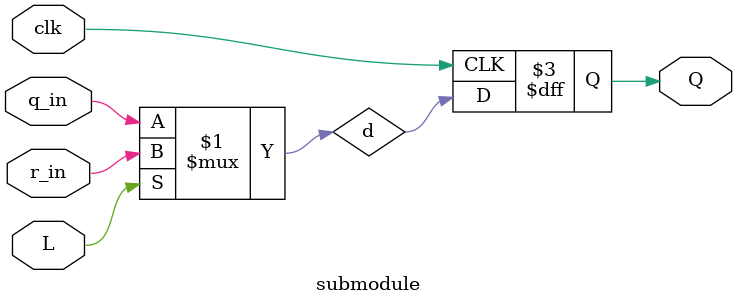
<source format=v>
module top_module (
	input [2:0] SW,      // R
	input [1:0] KEY,     // L and clk
	output [2:0] LEDR);  // Q

    wire tap;
    assign tap=LEDR[2]^LEDR[1];
    submodule subInst0(
        .clk(KEY[0]),
        .L(KEY[1]),
        .r_in(SW[0]),
        .q_in(LEDR[2]),
        .Q(LEDR[0]),
    );

    submodule subInst1(
        .clk(KEY[0]),
        .L(KEY[1]),
        .r_in(SW[1]),
        .q_in(LEDR[0]),
        .Q(LEDR[1]),
    );

    submodule subInst2(
        .clk(KEY[0]),
        .L(KEY[1]),
        .r_in(SW[2]),
        .q_in(tap),
        .Q(LEDR[2]),
    );

endmodule

module submodule (
	input clk,
	input L,
	input r_in,
	input q_in,
	output reg Q);

    wire d;
    assign d=L?r_in:q_in;

    always@(posedge clk)
        Q <= d;

endmodule
</source>
